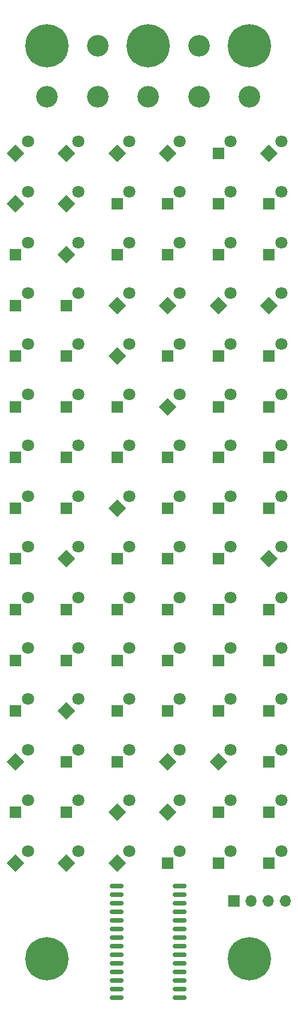
<source format=gbr>
%TF.GenerationSoftware,KiCad,Pcbnew,7.0.2*%
%TF.CreationDate,2023-07-20T19:27:07+01:00*%
%TF.ProjectId,working,776f726b-696e-4672-9e6b-696361645f70,rev?*%
%TF.SameCoordinates,Original*%
%TF.FileFunction,Soldermask,Bot*%
%TF.FilePolarity,Negative*%
%FSLAX46Y46*%
G04 Gerber Fmt 4.6, Leading zero omitted, Abs format (unit mm)*
G04 Created by KiCad (PCBNEW 7.0.2) date 2023-07-20 19:27:07*
%MOMM*%
%LPD*%
G01*
G04 APERTURE LIST*
G04 Aperture macros list*
%AMRoundRect*
0 Rectangle with rounded corners*
0 $1 Rounding radius*
0 $2 $3 $4 $5 $6 $7 $8 $9 X,Y pos of 4 corners*
0 Add a 4 corners polygon primitive as box body*
4,1,4,$2,$3,$4,$5,$6,$7,$8,$9,$2,$3,0*
0 Add four circle primitives for the rounded corners*
1,1,$1+$1,$2,$3*
1,1,$1+$1,$4,$5*
1,1,$1+$1,$6,$7*
1,1,$1+$1,$8,$9*
0 Add four rect primitives between the rounded corners*
20,1,$1+$1,$2,$3,$4,$5,0*
20,1,$1+$1,$4,$5,$6,$7,0*
20,1,$1+$1,$6,$7,$8,$9,0*
20,1,$1+$1,$8,$9,$2,$3,0*%
%AMRotRect*
0 Rectangle, with rotation*
0 The origin of the aperture is its center*
0 $1 length*
0 $2 width*
0 $3 Rotation angle, in degrees counterclockwise*
0 Add horizontal line*
21,1,$1,$2,0,0,$3*%
G04 Aperture macros list end*
%ADD10R,1.700000X1.700000*%
%ADD11O,1.700000X1.700000*%
%ADD12RotRect,1.800000X1.800000X45.000000*%
%ADD13C,1.800000*%
%ADD14C,3.200000*%
%ADD15C,6.400000*%
%ADD16R,1.800000X1.800000*%
%ADD17RoundRect,0.150000X0.875000X0.150000X-0.875000X0.150000X-0.875000X-0.150000X0.875000X-0.150000X0*%
G04 APERTURE END LIST*
D10*
%TO.C,J2*%
X12700000Y-58928000D03*
D11*
X15240000Y-58928000D03*
X17780000Y-58928000D03*
X20320000Y-58928000D03*
%TD*%
D12*
%TO.C,L74*%
X-12116000Y36634000D03*
D13*
X-10319949Y38430051D03*
%TD*%
D12*
%TO.C,L17*%
X10384000Y-38366000D03*
D13*
X12180051Y-36569949D03*
%TD*%
D12*
%TO.C,L88*%
X2884000Y51634000D03*
D13*
X4680051Y53430051D03*
%TD*%
D12*
%TO.C,L90*%
X17884000Y51634000D03*
D13*
X19680051Y53430051D03*
%TD*%
D12*
%TO.C,L10*%
X2884000Y-45866000D03*
D13*
X4680051Y-44069949D03*
%TD*%
D12*
%TO.C,L70*%
X2884000Y29134000D03*
D13*
X4680051Y30930051D03*
%TD*%
D12*
%TO.C,L80*%
X-12116000Y44134000D03*
D13*
X-10319949Y45930051D03*
%TD*%
D12*
%TO.C,L13*%
X-19616000Y-38366000D03*
D13*
X-17819949Y-36569949D03*
%TD*%
D12*
%TO.C,L9*%
X-4616000Y-45866000D03*
D13*
X-2819949Y-44069949D03*
%TD*%
D12*
%TO.C,L86*%
X-12116000Y51634000D03*
D13*
X-10319949Y53430051D03*
%TD*%
D12*
%TO.C,L71*%
X10384000Y29134000D03*
D13*
X12180051Y30930051D03*
%TD*%
D12*
%TO.C,L69*%
X-4616000Y29134000D03*
D13*
X-2819949Y30930051D03*
%TD*%
D12*
%TO.C,L72*%
X17884000Y29134000D03*
D13*
X19680051Y30930051D03*
%TD*%
D12*
%TO.C,L63*%
X-4616000Y21634000D03*
D13*
X-2819949Y23430051D03*
%TD*%
D12*
%TO.C,L20*%
X-12116000Y-30866000D03*
D13*
X-10319949Y-29069949D03*
%TD*%
D12*
%TO.C,L87*%
X-4616000Y51634000D03*
D13*
X-2819949Y53430051D03*
%TD*%
D14*
%TO.C,H13*%
X7500000Y60000000D03*
%TD*%
D12*
%TO.C,L58*%
X2884000Y14134000D03*
D13*
X4680051Y15930051D03*
%TD*%
D12*
%TO.C,L42*%
X17884000Y-8366000D03*
D13*
X19680051Y-6569949D03*
%TD*%
D12*
%TO.C,L16*%
X2884000Y-38366000D03*
D13*
X4680051Y-36569949D03*
%TD*%
D12*
%TO.C,L79*%
X-19616000Y44134000D03*
D13*
X-17819949Y45930051D03*
%TD*%
D12*
%TO.C,L45*%
X-4616000Y-866000D03*
D13*
X-2819949Y930051D03*
%TD*%
D12*
%TO.C,L38*%
X-12116000Y-8366000D03*
D13*
X-10319949Y-6569949D03*
%TD*%
D15*
%TO.C,H2*%
X15000000Y-67500000D03*
%TD*%
D12*
%TO.C,L85*%
X-19616000Y51634000D03*
D13*
X-17819949Y53430051D03*
%TD*%
D12*
%TO.C,L1*%
X-19616000Y-53366000D03*
D13*
X-17819949Y-51569949D03*
%TD*%
D16*
%TO.C,L61*%
X-19616000Y21634000D03*
D13*
X-17819949Y23430051D03*
%TD*%
D16*
%TO.C,L89*%
X10384000Y51634000D03*
D13*
X12180051Y53430051D03*
%TD*%
D16*
%TO.C,L4*%
X2884000Y-53366000D03*
D13*
X4680051Y-51569949D03*
%TD*%
D14*
%TO.C,H12*%
X0Y60000000D03*
%TD*%
D16*
%TO.C,L50*%
X-12116000Y6634000D03*
D13*
X-10319949Y8430051D03*
%TD*%
D16*
%TO.C,L75*%
X-4616000Y36634000D03*
D13*
X-2819949Y38430051D03*
%TD*%
D12*
%TO.C,L3*%
X-4616000Y-53366000D03*
D13*
X-2819949Y-51569949D03*
%TD*%
D15*
%TO.C,H5*%
X15000000Y67500000D03*
%TD*%
D16*
%TO.C,L76*%
X2884000Y36634000D03*
D13*
X4680051Y38430051D03*
%TD*%
D16*
%TO.C,L27*%
X-4616000Y-23366000D03*
D13*
X-2819949Y-21569949D03*
%TD*%
D16*
%TO.C,L7*%
X-19616000Y-45866000D03*
D13*
X-17819949Y-44069949D03*
%TD*%
D16*
%TO.C,L64*%
X2884000Y21634000D03*
D13*
X4680051Y23430051D03*
%TD*%
D16*
%TO.C,L35*%
X10384000Y-15866000D03*
D13*
X12180051Y-14069949D03*
%TD*%
D16*
%TO.C,L12*%
X17884000Y-45866000D03*
D13*
X19680051Y-44069949D03*
%TD*%
D16*
%TO.C,L65*%
X10384000Y21634000D03*
D13*
X12180051Y23430051D03*
%TD*%
D16*
%TO.C,L53*%
X10384000Y6634000D03*
D13*
X12180051Y8430051D03*
%TD*%
D16*
%TO.C,L60*%
X17884000Y14134000D03*
D13*
X19680051Y15930051D03*
%TD*%
D16*
%TO.C,L78*%
X17884000Y36634000D03*
D13*
X19680051Y38430051D03*
%TD*%
D16*
%TO.C,L23*%
X10384000Y-30866000D03*
D13*
X12180051Y-29069949D03*
%TD*%
D16*
%TO.C,L41*%
X10384000Y-8366000D03*
D13*
X12180051Y-6569949D03*
%TD*%
D16*
%TO.C,L83*%
X10384000Y44134000D03*
D13*
X12180051Y45930051D03*
%TD*%
D12*
%TO.C,L2*%
X-12116000Y-53366000D03*
D13*
X-10319949Y-51569949D03*
%TD*%
D16*
%TO.C,L15*%
X-4616000Y-38366000D03*
D13*
X-2819949Y-36569949D03*
%TD*%
D16*
%TO.C,L6*%
X17884000Y-53366000D03*
D13*
X19680051Y-51569949D03*
%TD*%
D16*
%TO.C,L22*%
X2884000Y-30866000D03*
D13*
X4680051Y-29069949D03*
%TD*%
D16*
%TO.C,L48*%
X17884000Y-866000D03*
D13*
X19680051Y930051D03*
%TD*%
D15*
%TO.C,H4*%
X0Y67500000D03*
%TD*%
D16*
%TO.C,L55*%
X-19616000Y14134000D03*
D13*
X-17819949Y15930051D03*
%TD*%
D16*
%TO.C,L66*%
X17884000Y21634000D03*
D13*
X19680051Y23430051D03*
%TD*%
D16*
%TO.C,L5*%
X10384000Y-53366000D03*
D13*
X12180051Y-51569949D03*
%TD*%
D16*
%TO.C,L34*%
X2884000Y-15866000D03*
D13*
X4680051Y-14069949D03*
%TD*%
D16*
%TO.C,L30*%
X17884000Y-23366000D03*
D13*
X19680051Y-21569949D03*
%TD*%
D16*
%TO.C,L59*%
X10384000Y14134000D03*
D13*
X12180051Y15930051D03*
%TD*%
D16*
%TO.C,L11*%
X10384000Y-45866000D03*
D13*
X12180051Y-44069949D03*
%TD*%
D16*
%TO.C,L46*%
X2884000Y-866000D03*
D13*
X4680051Y930051D03*
%TD*%
D14*
%TO.C,H10*%
X-15000000Y60000000D03*
%TD*%
D16*
%TO.C,L82*%
X2884000Y44134000D03*
D13*
X4680051Y45930051D03*
%TD*%
D16*
%TO.C,L19*%
X-19616000Y-30866000D03*
D13*
X-17819949Y-29069949D03*
%TD*%
D16*
%TO.C,L73*%
X-19616000Y36634000D03*
D13*
X-17819949Y38430051D03*
%TD*%
D16*
%TO.C,L44*%
X-12116000Y-866000D03*
D13*
X-10319949Y930051D03*
%TD*%
D16*
%TO.C,L33*%
X-4616000Y-15866000D03*
D13*
X-2819949Y-14069949D03*
%TD*%
D16*
%TO.C,L21*%
X-4616000Y-30866000D03*
D13*
X-2819949Y-29069949D03*
%TD*%
D16*
%TO.C,L31*%
X-19616000Y-15866000D03*
D13*
X-17819949Y-14069949D03*
%TD*%
D16*
%TO.C,L25*%
X-19616000Y-23366000D03*
D13*
X-17819949Y-21569949D03*
%TD*%
D16*
%TO.C,L40*%
X2884000Y-8366000D03*
D13*
X4680051Y-6569949D03*
%TD*%
D16*
%TO.C,L24*%
X17884000Y-30866000D03*
D13*
X19680051Y-29069949D03*
%TD*%
D16*
%TO.C,L57*%
X-4616000Y14134000D03*
D13*
X-2819949Y15930051D03*
%TD*%
D15*
%TO.C,H1*%
X-15000000Y-67500000D03*
%TD*%
D16*
%TO.C,L43*%
X-19616000Y-866000D03*
D13*
X-17819949Y930051D03*
%TD*%
D16*
%TO.C,L36*%
X17884000Y-15866000D03*
D13*
X19680051Y-14069949D03*
%TD*%
D16*
%TO.C,L77*%
X10384000Y36634000D03*
D13*
X12180051Y38430051D03*
%TD*%
D16*
%TO.C,L51*%
X-4616000Y6634000D03*
D13*
X-2819949Y8430051D03*
%TD*%
D16*
%TO.C,L8*%
X-12116000Y-45866000D03*
D13*
X-10319949Y-44069949D03*
%TD*%
D15*
%TO.C,H3*%
X-15000000Y67500000D03*
%TD*%
D16*
%TO.C,L49*%
X-19616000Y6634000D03*
D13*
X-17819949Y8430051D03*
%TD*%
D16*
%TO.C,L18*%
X17884000Y-38366000D03*
D13*
X19680051Y-36569949D03*
%TD*%
D16*
%TO.C,L14*%
X-12116000Y-38366000D03*
D13*
X-10319949Y-36569949D03*
%TD*%
D16*
%TO.C,L28*%
X2884000Y-23366000D03*
D13*
X4680051Y-21569949D03*
%TD*%
D16*
%TO.C,L37*%
X-19616000Y-8366000D03*
D13*
X-17819949Y-6569949D03*
%TD*%
D14*
%TO.C,H14*%
X15000000Y60000000D03*
%TD*%
%TO.C,H15*%
X-7500000Y67500000D03*
%TD*%
D16*
%TO.C,L81*%
X-4616000Y44134000D03*
D13*
X-2819949Y45930051D03*
%TD*%
D16*
%TO.C,L29*%
X10384000Y-23366000D03*
D13*
X12180051Y-21569949D03*
%TD*%
D16*
%TO.C,L52*%
X2884000Y6634000D03*
D13*
X4680051Y8430051D03*
%TD*%
D16*
%TO.C,L84*%
X17884000Y44134000D03*
D13*
X19680051Y45930051D03*
%TD*%
D16*
%TO.C,L56*%
X-12116000Y14134000D03*
D13*
X-10319949Y15930051D03*
%TD*%
D16*
%TO.C,L32*%
X-12116000Y-15866000D03*
D13*
X-10319949Y-14069949D03*
%TD*%
D16*
%TO.C,L39*%
X-4616000Y-8366000D03*
D13*
X-2819949Y-6569949D03*
%TD*%
D16*
%TO.C,L26*%
X-12116000Y-23366000D03*
D13*
X-10319949Y-21569949D03*
%TD*%
D16*
%TO.C,L47*%
X10384000Y-866000D03*
D13*
X12180051Y930051D03*
%TD*%
D14*
%TO.C,H16*%
X7500000Y67500000D03*
%TD*%
D16*
%TO.C,L62*%
X-12116000Y21634000D03*
D13*
X-10319949Y23430051D03*
%TD*%
D14*
%TO.C,H11*%
X-7500000Y60000000D03*
%TD*%
D16*
%TO.C,L68*%
X-12116000Y29134000D03*
D13*
X-10319949Y30930051D03*
%TD*%
D16*
%TO.C,L54*%
X17884000Y6634000D03*
D13*
X19680051Y8430051D03*
%TD*%
D16*
%TO.C,L67*%
X-19616000Y29134000D03*
D13*
X-17819949Y30930051D03*
%TD*%
D17*
%TO.C,U1*%
X4650000Y-56745000D03*
X4650000Y-58015000D03*
X4650000Y-59285000D03*
X4650000Y-60555000D03*
X4650000Y-61825000D03*
X4650000Y-63095000D03*
X4650000Y-64365000D03*
X4650000Y-65635000D03*
X4650000Y-66905000D03*
X4650000Y-68175000D03*
X4650000Y-69445000D03*
X4650000Y-70715000D03*
X4650000Y-71985000D03*
X4650000Y-73255000D03*
X-4650000Y-73255000D03*
X-4650000Y-71985000D03*
X-4650000Y-70715000D03*
X-4650000Y-69445000D03*
X-4650000Y-68175000D03*
X-4650000Y-66905000D03*
X-4650000Y-65635000D03*
X-4650000Y-64365000D03*
X-4650000Y-63095000D03*
X-4650000Y-61825000D03*
X-4650000Y-60555000D03*
X-4650000Y-59285000D03*
X-4650000Y-58015000D03*
X-4650000Y-56745000D03*
%TD*%
M02*

</source>
